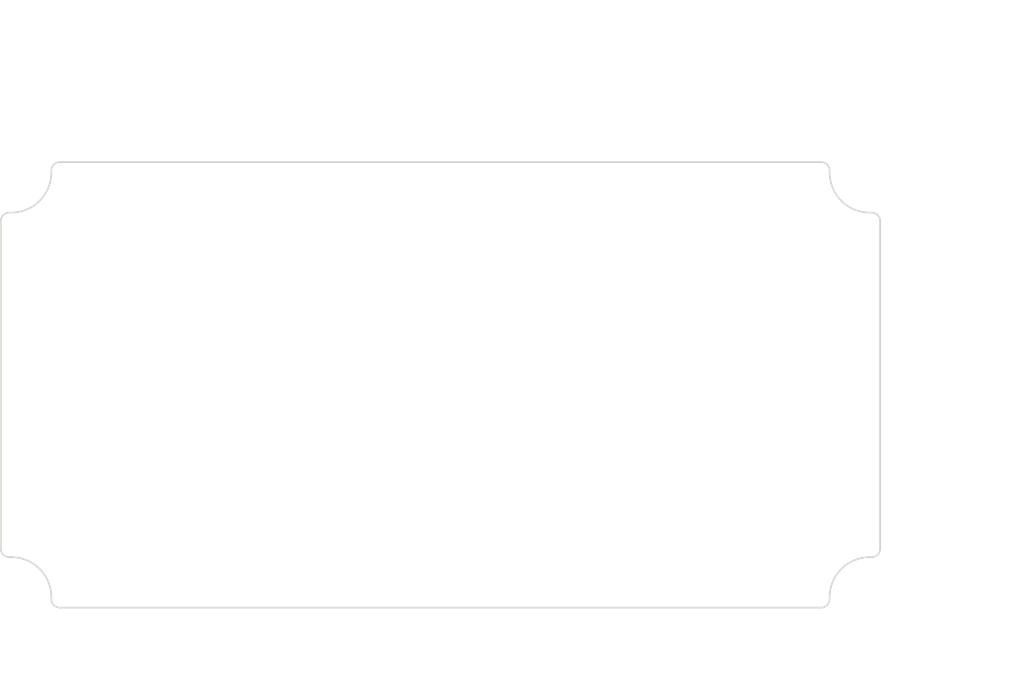
<source format=kicad_pcb>
(kicad_pcb (version 20171130) (host pcbnew "(5.1.0)-1")

  (general
    (thickness 1.6)
    (drawings 56)
    (tracks 0)
    (zones 0)
    (modules 0)
    (nets 1)
  )

  (page A4)
  (layers
    (0 F.Cu signal)
    (31 B.Cu signal)
    (32 B.Adhes user)
    (33 F.Adhes user)
    (34 B.Paste user)
    (35 F.Paste user)
    (36 B.SilkS user)
    (37 F.SilkS user)
    (38 B.Mask user)
    (39 F.Mask user)
    (40 Dwgs.User user)
    (41 Cmts.User user)
    (42 Eco1.User user)
    (43 Eco2.User user)
    (44 Edge.Cuts user)
    (45 Margin user)
    (46 B.CrtYd user)
    (47 F.CrtYd user)
    (48 B.Fab user)
    (49 F.Fab user)
  )

  (setup
    (last_trace_width 0.25)
    (trace_clearance 0.2)
    (zone_clearance 0.508)
    (zone_45_only no)
    (trace_min 0.2)
    (via_size 0.8)
    (via_drill 0.4)
    (via_min_size 0.4)
    (via_min_drill 0.3)
    (uvia_size 0.3)
    (uvia_drill 0.1)
    (uvias_allowed no)
    (uvia_min_size 0.2)
    (uvia_min_drill 0.1)
    (edge_width 0.05)
    (segment_width 0.2)
    (pcb_text_width 0.3)
    (pcb_text_size 1.5 1.5)
    (mod_edge_width 0.12)
    (mod_text_size 1 1)
    (mod_text_width 0.15)
    (pad_size 1.524 1.524)
    (pad_drill 0.762)
    (pad_to_mask_clearance 0.051)
    (solder_mask_min_width 0.25)
    (aux_axis_origin 0 0)
    (visible_elements FFFFFF7F)
    (pcbplotparams
      (layerselection 0x010fc_ffffffff)
      (usegerberextensions false)
      (usegerberattributes false)
      (usegerberadvancedattributes false)
      (creategerberjobfile false)
      (excludeedgelayer true)
      (linewidth 0.152400)
      (plotframeref false)
      (viasonmask false)
      (mode 1)
      (useauxorigin false)
      (hpglpennumber 1)
      (hpglpenspeed 20)
      (hpglpendiameter 15.000000)
      (psnegative false)
      (psa4output false)
      (plotreference true)
      (plotvalue true)
      (plotinvisibletext false)
      (padsonsilk false)
      (subtractmaskfromsilk false)
      (outputformat 1)
      (mirror false)
      (drillshape 1)
      (scaleselection 1)
      (outputdirectory ""))
  )

  (net 0 "")

  (net_class Default "This is the default net class."
    (clearance 0.2)
    (trace_width 0.25)
    (via_dia 0.8)
    (via_drill 0.4)
    (uvia_dia 0.3)
    (uvia_drill 0.1)
  )

  (gr_line (start 101.022662 125.518721) (end 101.022662 125.754781) (layer Edge.Cuts) (width 0.2))
  (gr_line (start 193.494781 125.754781) (end 193.494781 125.518721) (layer Edge.Cuts) (width 0.2))
  (gr_arc (start 198.258722 125.518721) (end 198.258722 120.754781) (angle -90) (layer Edge.Cuts) (width 0.2))
  (gr_line (start 198.258722 120.754781) (end 198.494781 120.754781) (layer Edge.Cuts) (width 0.2))
  (gr_line (start 198.494781 79.782662) (end 198.258722 79.782662) (layer Edge.Cuts) (width 0.2))
  (gr_arc (start 198.258722 75.018721) (end 193.494781 75.018721) (angle -90) (layer Edge.Cuts) (width 0.2))
  (gr_line (start 193.494781 75.018721) (end 193.494781 74.782662) (layer Edge.Cuts) (width 0.2))
  (gr_line (start 101.022662 74.782662) (end 101.022662 75.018721) (layer Edge.Cuts) (width 0.2))
  (gr_arc (start 96.258722 75.018721) (end 96.258722 79.782662) (angle -90) (layer Edge.Cuts) (width 0.2))
  (gr_line (start 96.258722 79.782662) (end 96.022662 79.782662) (layer Edge.Cuts) (width 0.2))
  (gr_line (start 96.022662 120.754781) (end 96.258722 120.754781) (layer Edge.Cuts) (width 0.2))
  (gr_arc (start 96.258722 125.518721) (end 101.022662 125.518721) (angle -90) (layer Edge.Cuts) (width 0.2))
  (gr_line (start 199.494781 119.754781) (end 199.494781 80.782662) (layer Edge.Cuts) (width 0.2))
  (gr_line (start 192.494781 73.782662) (end 102.022662 73.782662) (layer Edge.Cuts) (width 0.2))
  (gr_line (start 95.022662 80.782662) (end 95.022662 119.754781) (layer Edge.Cuts) (width 0.2))
  (gr_line (start 102.022662 126.754781) (end 192.494781 126.754781) (layer Edge.Cuts) (width 0.2))
  (gr_arc (start 192.494781 125.754781) (end 192.494781 126.754781) (angle -90) (layer Edge.Cuts) (width 0.2))
  (gr_arc (start 198.494781 119.754781) (end 198.494781 120.754781) (angle -90) (layer Edge.Cuts) (width 0.2))
  (gr_arc (start 198.494781 80.782662) (end 199.494781 80.782662) (angle -90) (layer Edge.Cuts) (width 0.2))
  (gr_arc (start 192.494781 74.782662) (end 193.494781 74.782662) (angle -90) (layer Edge.Cuts) (width 0.2))
  (gr_arc (start 102.022662 74.782662) (end 102.022662 73.782662) (angle -90) (layer Edge.Cuts) (width 0.2))
  (gr_arc (start 96.022662 80.782662) (end 96.022662 79.782662) (angle -90) (layer Edge.Cuts) (width 0.2))
  (gr_arc (start 96.022662 119.754781) (end 95.022662 119.754781) (angle -90) (layer Edge.Cuts) (width 0.2))
  (gr_arc (start 102.022662 125.754781) (end 101.022662 125.754781) (angle -90) (layer Edge.Cuts) (width 0.2))
  (gr_text [R0.04] (at 201.639797 133.879649) (layer Dwgs.User)
    (effects (font (size 1.7 1.53) (thickness 0.2125)))
  )
  (gr_text " R1.00" (at 201.639797 130.322214) (layer Dwgs.User)
    (effects (font (size 1.7 1.53) (thickness 0.2125)))
  )
  (gr_line (start 195.169026 131.990188) (end 193.677259 128.511907) (layer Dwgs.User) (width 0.2))
  (gr_line (start 197.169026 131.990188) (end 195.169026 131.990188) (layer Dwgs.User) (width 0.2))
  (gr_text [R0.19] (at 185.726342 120.935045) (layer Dwgs.User)
    (effects (font (size 1.7 1.53) (thickness 0.2125)))
  )
  (gr_text " R4.76" (at 185.726342 117.37761) (layer Dwgs.User)
    (effects (font (size 1.7 1.53) (thickness 0.2125)))
  )
  (gr_line (start 192.197113 119.045584) (end 193.635409 120.581528) (layer Dwgs.User) (width 0.2))
  (gr_line (start 190.197113 119.045584) (end 192.197113 119.045584) (layer Dwgs.User) (width 0.2))
  (gr_text [2.09] (at 212.569434 105.633644) (layer Dwgs.User)
    (effects (font (size 1.7 1.53) (thickness 0.2125)))
  )
  (gr_text " 52.97" (at 212.569434 102.076209) (layer Dwgs.User)
    (effects (font (size 1.7 1.53) (thickness 0.2125)))
  )
  (gr_line (start 212.569434 75.782662) (end 212.569434 100.186747) (layer Dwgs.User) (width 0.2))
  (gr_line (start 212.569434 124.754781) (end 212.569434 107.301618) (layer Dwgs.User) (width 0.2))
  (gr_line (start 194.494781 73.782662) (end 215.744434 73.782662) (layer Dwgs.User) (width 0.2))
  (gr_line (start 194.494781 126.754781) (end 215.744434 126.754781) (layer Dwgs.User) (width 0.2))
  (gr_text [1.61] (at 205.684656 96.647198) (layer Dwgs.User)
    (effects (font (size 1.7 1.53) (thickness 0.2125)))
  )
  (gr_text " 40.97" (at 205.684656 93.089763) (layer Dwgs.User)
    (effects (font (size 1.7 1.53) (thickness 0.2125)))
  )
  (gr_line (start 205.684656 118.754781) (end 205.684656 98.315172) (layer Dwgs.User) (width 0.2))
  (gr_line (start 205.684656 81.782662) (end 205.684656 91.200302) (layer Dwgs.User) (width 0.2))
  (gr_line (start 200.494781 120.754781) (end 208.859656 120.754781) (layer Dwgs.User) (width 0.2))
  (gr_line (start 200.494781 79.782662) (end 208.859656 79.782662) (layer Dwgs.User) (width 0.2))
  (gr_text [3.64] (at 173.645392 67.911075) (layer Dwgs.User)
    (effects (font (size 1.7 1.53) (thickness 0.2125)))
  )
  (gr_text " 92.47" (at 173.645392 64.35364) (layer Dwgs.User)
    (effects (font (size 1.7 1.53) (thickness 0.2125)))
  )
  (gr_line (start 191.494781 66.021614) (end 177.692903 66.021614) (layer Dwgs.User) (width 0.2))
  (gr_line (start 103.022662 66.021614) (end 169.597882 66.021614) (layer Dwgs.User) (width 0.2))
  (gr_line (start 193.494781 72.782662) (end 193.494781 62.846614) (layer Dwgs.User) (width 0.2))
  (gr_line (start 101.022662 72.782662) (end 101.022662 62.846614) (layer Dwgs.User) (width 0.2))
  (gr_text [4.11] (at 158.33572 59.672123) (layer Dwgs.User)
    (effects (font (size 1.7 1.53) (thickness 0.2125)))
  )
  (gr_text " 104.47" (at 158.33572 56.114688) (layer Dwgs.User)
    (effects (font (size 1.7 1.53) (thickness 0.2125)))
  )
  (gr_line (start 97.022662 57.782662) (end 153.627807 57.782662) (layer Dwgs.User) (width 0.2))
  (gr_line (start 197.494781 57.782662) (end 163.043633 57.782662) (layer Dwgs.User) (width 0.2))
  (gr_line (start 95.022662 78.782662) (end 95.022662 54.607662) (layer Dwgs.User) (width 0.2))
  (gr_line (start 199.494781 78.782662) (end 199.494781 54.607662) (layer Dwgs.User) (width 0.2))

)

</source>
